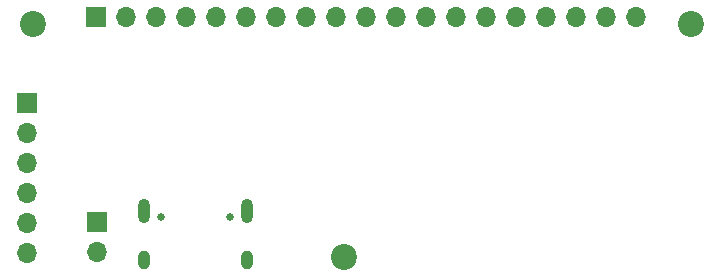
<source format=gbs>
G04 #@! TF.GenerationSoftware,KiCad,Pcbnew,7.0.9-7.0.9~ubuntu22.04.1*
G04 #@! TF.CreationDate,2023-12-22T22:10:03+01:00*
G04 #@! TF.ProjectId,v7-soc-8bit,76372d73-6f63-42d3-9862-69742e6b6963,rev?*
G04 #@! TF.SameCoordinates,Original*
G04 #@! TF.FileFunction,Soldermask,Bot*
G04 #@! TF.FilePolarity,Negative*
%FSLAX46Y46*%
G04 Gerber Fmt 4.6, Leading zero omitted, Abs format (unit mm)*
G04 Created by KiCad (PCBNEW 7.0.9-7.0.9~ubuntu22.04.1) date 2023-12-22 22:10:03*
%MOMM*%
%LPD*%
G01*
G04 APERTURE LIST*
%ADD10R,1.700000X1.700000*%
%ADD11O,1.700000X1.700000*%
%ADD12C,0.650000*%
%ADD13O,1.000000X2.100000*%
%ADD14O,1.000000X1.600000*%
%ADD15C,2.200000*%
G04 APERTURE END LIST*
D10*
X39930000Y-34550000D03*
D11*
X42470000Y-34550000D03*
X45010000Y-34550000D03*
X47550000Y-34550000D03*
X50090000Y-34550000D03*
X52630000Y-34550000D03*
X55170000Y-34550000D03*
X57710000Y-34550000D03*
X60250000Y-34550000D03*
X62790000Y-34550000D03*
X65330000Y-34550000D03*
X67870000Y-34550000D03*
X70410000Y-34550000D03*
X72950000Y-34550000D03*
X75490000Y-34550000D03*
X78030000Y-34550000D03*
X80570000Y-34550000D03*
X83110000Y-34550000D03*
X85650000Y-34550000D03*
D12*
X45470000Y-51500000D03*
X51250000Y-51500000D03*
D13*
X44040000Y-50970000D03*
D14*
X44040000Y-55150000D03*
D13*
X52680000Y-50970000D03*
D14*
X52680000Y-55150000D03*
D15*
X60909998Y-54920002D03*
X90300000Y-35150000D03*
D10*
X40000000Y-51930000D03*
D11*
X40000000Y-54470000D03*
D15*
X34600000Y-35150000D03*
D10*
X34110000Y-41840000D03*
D11*
X34110000Y-44380000D03*
X34110000Y-46920000D03*
X34110000Y-49460000D03*
X34110000Y-52000000D03*
X34110000Y-54540000D03*
M02*

</source>
